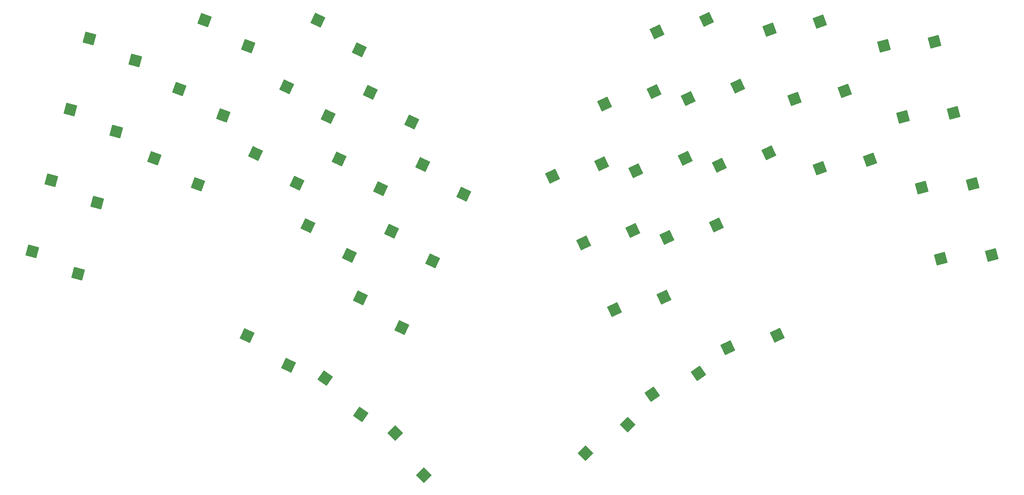
<source format=gbr>
%TF.GenerationSoftware,KiCad,Pcbnew,9.0.0*%
%TF.CreationDate,2025-05-01T21:08:40+03:00*%
%TF.ProjectId,cyberia,63796265-7269-4612-9e6b-696361645f70,v1.0.0*%
%TF.SameCoordinates,Original*%
%TF.FileFunction,Paste,Bot*%
%TF.FilePolarity,Positive*%
%FSLAX46Y46*%
G04 Gerber Fmt 4.6, Leading zero omitted, Abs format (unit mm)*
G04 Created by KiCad (PCBNEW 9.0.0) date 2025-05-01 21:08:40*
%MOMM*%
%LPD*%
G01*
G04 APERTURE LIST*
G04 Aperture macros list*
%AMRotRect*
0 Rectangle, with rotation*
0 The origin of the aperture is its center*
0 $1 length*
0 $2 width*
0 $3 Rotation angle, in degrees counterclockwise*
0 Add horizontal line*
21,1,$1,$2,0,0,$3*%
G04 Aperture macros list end*
%ADD10RotRect,2.600000X2.600000X25.000000*%
%ADD11RotRect,2.600000X2.600000X15.000000*%
%ADD12RotRect,2.600000X2.600000X315.000000*%
%ADD13RotRect,2.600000X2.600000X20.000000*%
%ADD14RotRect,2.600000X2.600000X335.000000*%
%ADD15RotRect,2.600000X2.600000X325.000000*%
%ADD16RotRect,2.600000X2.600000X340.000000*%
%ADD17RotRect,2.600000X2.600000X345.000000*%
%ADD18RotRect,2.600000X2.600000X45.000000*%
%ADD19RotRect,2.600000X2.600000X35.000000*%
G04 APERTURE END LIST*
D10*
%TO.C,SW31*%
X234489131Y-100501908D03*
X245886746Y-97614545D03*
%TD*%
%TO.C,SW29*%
X239391977Y-68424472D03*
X250789592Y-65537109D03*
%TD*%
D11*
%TO.C,SW22*%
X296148949Y-87988123D03*
X307874792Y-87123797D03*
%TD*%
D12*
%TO.C,SW19*%
X178892449Y-161116943D03*
X185503898Y-170839658D03*
%TD*%
D13*
%TO.C,SW26*%
X265338121Y-67898325D03*
X276944013Y-66015313D03*
%TD*%
D11*
%TO.C,SW20*%
X304948799Y-120829600D03*
X316674642Y-119965274D03*
%TD*%
D10*
%TO.C,SW36*%
X255742185Y-141346832D03*
X267139800Y-138459469D03*
%TD*%
D14*
%TO.C,SW14*%
X170877398Y-129811198D03*
X180415492Y-136686315D03*
%TD*%
D15*
%TO.C,SW18*%
X162792894Y-148353027D03*
X170992232Y-156779968D03*
%TD*%
D14*
%TO.C,SW8*%
X146702685Y-96470786D03*
X156240779Y-103345903D03*
%TD*%
%TO.C,SW12*%
X165974553Y-97733761D03*
X175512647Y-104608878D03*
%TD*%
D10*
%TO.C,SW28*%
X246576490Y-83831702D03*
X257974105Y-80944339D03*
%TD*%
D11*
%TO.C,SW23*%
X291749029Y-71567384D03*
X303474872Y-70703058D03*
%TD*%
D10*
%TO.C,SW30*%
X241673641Y-115909143D03*
X253071256Y-113021780D03*
%TD*%
D16*
%TO.C,SW6*%
X129092549Y-81632866D03*
X139193554Y-87650521D03*
%TD*%
D17*
%TO.C,SW2*%
X99524314Y-102713595D03*
X110111355Y-107827989D03*
%TD*%
D14*
%TO.C,SW11*%
X158790042Y-113140997D03*
X168328136Y-120016114D03*
%TD*%
D11*
%TO.C,SW21*%
X300548875Y-104408860D03*
X312274718Y-103544534D03*
%TD*%
D14*
%TO.C,SW16*%
X185246421Y-98996735D03*
X194784515Y-105871852D03*
%TD*%
%TO.C,SW13*%
X173159061Y-82326531D03*
X182697155Y-89201648D03*
%TD*%
D17*
%TO.C,SW1*%
X95124388Y-119134336D03*
X105711429Y-124248730D03*
%TD*%
D14*
%TO.C,SW17*%
X144721497Y-138578682D03*
X154259591Y-145453799D03*
%TD*%
D17*
%TO.C,SW4*%
X108324159Y-69872118D03*
X118911200Y-74986512D03*
%TD*%
D10*
%TO.C,SW32*%
X227304620Y-85094678D03*
X238702235Y-82207315D03*
%TD*%
D18*
%TO.C,SW38*%
X222876001Y-165748491D03*
X232598716Y-159137042D03*
%TD*%
D17*
%TO.C,SW3*%
X103924236Y-86292857D03*
X114511277Y-91407251D03*
%TD*%
D14*
%TO.C,SW10*%
X161071703Y-65656323D03*
X170609797Y-72531440D03*
%TD*%
D16*
%TO.C,SW5*%
X123278206Y-97607640D03*
X133379211Y-103625295D03*
%TD*%
D13*
%TO.C,SW25*%
X271152465Y-83873098D03*
X282758357Y-81990086D03*
%TD*%
D10*
%TO.C,SW34*%
X222401771Y-117172116D03*
X233799386Y-114284753D03*
%TD*%
D14*
%TO.C,SW9*%
X163425289Y-87938674D03*
X153887195Y-81063557D03*
%TD*%
D19*
%TO.C,SW37*%
X248964733Y-147287279D03*
X238241661Y-152109953D03*
%TD*%
D10*
%TO.C,SW27*%
X253760999Y-99238936D03*
X265158614Y-96351573D03*
%TD*%
D13*
%TO.C,SW24*%
X276966806Y-99847874D03*
X288572698Y-97964862D03*
%TD*%
D10*
%TO.C,SW33*%
X229586283Y-132579348D03*
X240983898Y-129691985D03*
%TD*%
D16*
%TO.C,SW7*%
X134906891Y-65658092D03*
X145007896Y-71675747D03*
%TD*%
D10*
%TO.C,SW35*%
X215217261Y-101764882D03*
X226614876Y-98877519D03*
%TD*%
D14*
%TO.C,SW15*%
X178061907Y-114403967D03*
X187600001Y-121279084D03*
%TD*%
M02*

</source>
